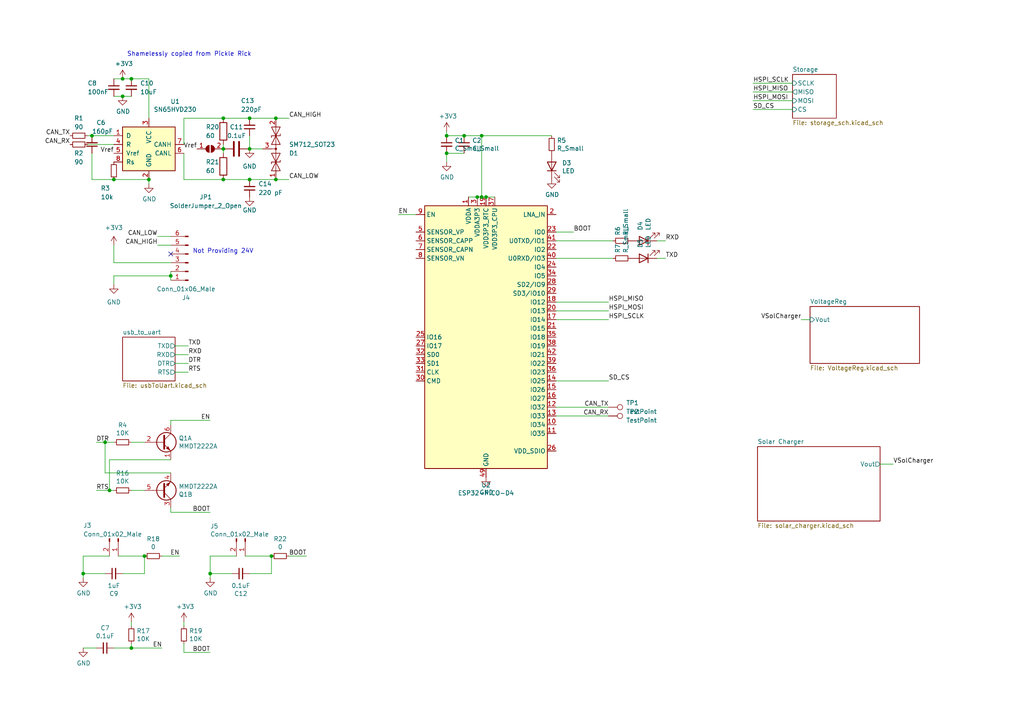
<source format=kicad_sch>
(kicad_sch (version 20211123) (generator eeschema)
  (paper "A4")
  (lib_symbols
    (symbol "Connector:Conn_01x02_Male" (pin_names (offset 1.016) hide)
      (property "Reference" "J" (at 0 2.54 0))
      (property "Value" "Conn_01x02_Male" (at 0 -5.08 0))
      (symbol "Conn_01x02_Male_1_1"
        (polyline (pts (xy 1.27 -2.54) (xy 0.8636 -2.54)) (stroke (width 0.1524)))
        (polyline (pts (xy 1.27 0) (xy 0.8636 0)) (stroke (width 0.1524)))
        (rectangle (start 0.8636 -2.413) (end 0 -2.667) (stroke (width 0.1524)) (fill (type outline)))
        (rectangle (start 0.8636 0.127) (end 0 -0.127) (stroke (width 0.1524)) (fill (type outline)))
        (pin passive line (at 5.08 0 180) (length 3.81) (name "Pin_1") (number "1"))
        (pin passive line (at 5.08 -2.54 180) (length 3.81) (name "Pin_2") (number "2"))
      )
    )
    (symbol "Connector:Conn_01x06_Male" (pin_names (offset 1.016) hide)
      (property "Reference" "J" (at 0 7.62 0))
      (property "Value" "Conn_01x06_Male" (at 0 -10.16 0))
      (symbol "Conn_01x06_Male_1_1"
        (polyline (pts (xy 1.27 -7.62) (xy 0.8636 -7.62)) (stroke (width 0.1524)))
        (polyline (pts (xy 1.27 -5.08) (xy 0.8636 -5.08)) (stroke (width 0.1524)))
        (polyline (pts (xy 1.27 -2.54) (xy 0.8636 -2.54)) (stroke (width 0.1524)))
        (polyline (pts (xy 1.27 0) (xy 0.8636 0)) (stroke (width 0.1524)))
        (polyline (pts (xy 1.27 2.54) (xy 0.8636 2.54)) (stroke (width 0.1524)))
        (polyline (pts (xy 1.27 5.08) (xy 0.8636 5.08)) (stroke (width 0.1524)))
        (rectangle (start 0.8636 -7.493) (end 0 -7.747) (stroke (width 0.1524)) (fill (type outline)))
        (rectangle (start 0.8636 -4.953) (end 0 -5.207) (stroke (width 0.1524)) (fill (type outline)))
        (rectangle (start 0.8636 -2.413) (end 0 -2.667) (stroke (width 0.1524)) (fill (type outline)))
        (rectangle (start 0.8636 0.127) (end 0 -0.127) (stroke (width 0.1524)) (fill (type outline)))
        (rectangle (start 0.8636 2.667) (end 0 2.413) (stroke (width 0.1524)) (fill (type outline)))
        (rectangle (start 0.8636 5.207) (end 0 4.953) (stroke (width 0.1524)) (fill (type outline)))
        (pin passive line (at 5.08 5.08 180) (length 3.81) (name "Pin_1") (number "1"))
        (pin passive line (at 5.08 2.54 180) (length 3.81) (name "Pin_2") (number "2"))
        (pin passive line (at 5.08 0 180) (length 3.81) (name "Pin_3") (number "3"))
        (pin passive line (at 5.08 -2.54 180) (length 3.81) (name "Pin_4") (number "4"))
        (pin passive line (at 5.08 -5.08 180) (length 3.81) (name "Pin_5") (number "5"))
        (pin passive line (at 5.08 -7.62 180) (length 3.81) (name "Pin_6") (number "6"))
      )
    )
    (symbol "Connector:TestPoint" (pin_numbers hide) (pin_names (offset 0.762) hide)
      (property "Reference" "TP" (at 0 6.858 0))
      (property "Value" "TestPoint" (at 0 5.08 0))
      (symbol "TestPoint_0_1"
        (circle (center 0 3.302) (radius 0.762))
      )
      (symbol "TestPoint_1_1"
        (pin passive line (at 0 0 90) (length 2.54) (name "1") (number "1"))
      )
    )
    (symbol "Device:C" (pin_numbers hide) (pin_names (offset 0.254))
      (property "Reference" "C" (at 0.635 2.54 0))
      (property "Value" "C" (at 0.635 -2.54 0))
      (symbol "C_0_1"
        (polyline (pts (xy -2.032 -0.762) (xy 2.032 -0.762)) (stroke (width 0.508)))
        (polyline (pts (xy -2.032 0.762) (xy 2.032 0.762)) (stroke (width 0.508)))
      )
      (symbol "C_1_1"
        (pin passive line (at 0 3.81 270) (length 2.794) (name "~") (number "1"))
        (pin passive line (at 0 -3.81 90) (length 2.794) (name "~") (number "2"))
      )
    )
    (symbol "Device:C_Small" (pin_numbers hide) (pin_names (offset 0.254) hide)
      (property "Reference" "C" (at 0.254 1.778 0))
      (property "Value" "C_Small" (at 0.254 -2.032 0))
      (symbol "C_Small_0_1"
        (polyline (pts (xy -1.524 -0.508) (xy 1.524 -0.508)) (stroke (width 0.3302)))
        (polyline (pts (xy -1.524 0.508) (xy 1.524 0.508)) (stroke (width 0.3048)))
      )
      (symbol "C_Small_1_1"
        (pin passive line (at 0 2.54 270) (length 2.032) (name "~") (number "1"))
        (pin passive line (at 0 -2.54 90) (length 2.032) (name "~") (number "2"))
      )
    )
    (symbol "Device:LED" (pin_numbers hide) (pin_names (offset 1.016) hide)
      (property "Reference" "D" (at 0 2.54 0))
      (property "Value" "LED" (at 0 -2.54 0))
      (symbol "LED_0_1"
        (polyline (pts (xy -1.27 -1.27) (xy -1.27 1.27)) (stroke (width 0.254)))
        (polyline (pts (xy -1.27 0) (xy 1.27 0)))
        (polyline (pts (xy 1.27 -1.27) (xy 1.27 1.27) (xy -1.27 0) (xy 1.27 -1.27)) (stroke (width 0.254)))
        (polyline (pts (xy -3.048 -0.762) (xy -4.572 -2.286) (xy -3.81 -2.286) (xy -4.572 -2.286) (xy -4.572 -1.524)))
        (polyline (pts (xy -1.778 -0.762) (xy -3.302 -2.286) (xy -2.54 -2.286) (xy -3.302 -2.286) (xy -3.302 -1.524)))
      )
      (symbol "LED_1_1"
        (pin passive line (at -3.81 0 0) (length 2.54) (name "K") (number "1"))
        (pin passive line (at 3.81 0 180) (length 2.54) (name "A") (number "2"))
      )
    )
    (symbol "Device:R" (pin_numbers hide) (pin_names (offset 0))
      (property "Reference" "R" (at 2.032 0 90))
      (property "Value" "R" (at 0 0 90))
      (symbol "R_0_1"
        (rectangle (start -1.016 -2.54) (end 1.016 2.54) (stroke (width 0.254)))
      )
      (symbol "R_1_1"
        (pin passive line (at 0 3.81 270) (length 1.27) (name "~") (number "1"))
        (pin passive line (at 0 -3.81 90) (length 1.27) (name "~") (number "2"))
      )
    )
    (symbol "Device:R_Small" (pin_numbers hide) (pin_names (offset 0.254) hide)
      (property "Reference" "R" (at 0.762 0.508 0))
      (property "Value" "R_Small" (at 0.762 -1.016 0))
      (symbol "R_Small_0_1"
        (rectangle (start -0.762 1.778) (end 0.762 -1.778) (stroke (width 0.2032)))
      )
      (symbol "R_Small_1_1"
        (pin passive line (at 0 2.54 270) (length 0.762) (name "~") (number "1"))
        (pin passive line (at 0 -2.54 90) (length 0.762) (name "~") (number "2"))
      )
    )
    (symbol "Diode:SM712_SOT23" (pin_names (offset 1.016) hide)
      (property "Reference" "D" (at 0 4.445 0))
      (property "Value" "SM712_SOT23" (at 0 2.54 0))
      (symbol "SM712_SOT23_0_0"
        (polyline (pts (xy 0 -1.27) (xy 0 0)))
      )
      (symbol "SM712_SOT23_0_1"
        (polyline (pts (xy -6.35 0) (xy 6.35 0)))
        (polyline (pts (xy -3.302 1.27) (xy -3.81 1.27) (xy -3.81 -1.27) (xy -4.318 -1.27)) (stroke (width 0.2032)))
        (polyline (pts (xy 4.318 1.27) (xy 3.81 1.27) (xy 3.81 -1.27) (xy 3.302 -1.27)) (stroke (width 0.2032)))
        (polyline (pts (xy -6.35 -1.27) (xy -1.27 1.27) (xy -1.27 -1.27) (xy -6.35 1.27) (xy -6.35 -1.27)) (stroke (width 0.2032)))
        (polyline (pts (xy 1.27 -1.27) (xy 1.27 1.27) (xy 6.35 -1.27) (xy 6.35 1.27) (xy 1.27 -1.27)) (stroke (width 0.2032)))
        (circle (center 0 0) (radius 0.254) (fill (type outline)))
      )
      (symbol "SM712_SOT23_1_1"
        (pin passive line (at -8.89 0 0) (length 2.54) (name "A1") (number "1"))
        (pin passive line (at 8.89 0 180) (length 2.54) (name "A2") (number "2"))
        (pin input line (at 0 -3.81 90) (length 2.54) (name "common") (number "3"))
      )
    )
    (symbol "Interface_CAN_LIN:SN65HVD230" (pin_names (offset 1.016))
      (property "Reference" "U" (at -2.54 10.16 0))
      (property "Value" "SN65HVD230" (at -2.54 7.62 0))
      (symbol "SN65HVD230_0_1"
        (rectangle (start -7.62 5.08) (end 7.62 -7.62) (stroke (width 0.254)) (fill (type background)))
      )
      (symbol "SN65HVD230_1_1"
        (pin input line (at -10.16 2.54 0) (length 2.54) (name "D") (number "1"))
        (pin power_in line (at 0 -10.16 90) (length 2.54) (name "GND") (number "2"))
        (pin power_in line (at 0 7.62 270) (length 2.54) (name "VCC") (number "3"))
        (pin output line (at -10.16 0 0) (length 2.54) (name "R") (number "4"))
        (pin output line (at -10.16 -2.54 0) (length 2.54) (name "Vref") (number "5"))
        (pin bidirectional line (at 10.16 -2.54 180) (length 2.54) (name "CANL") (number "6"))
        (pin bidirectional line (at 10.16 0 180) (length 2.54) (name "CANH") (number "7"))
        (pin input line (at -10.16 -5.08 0) (length 2.54) (name "Rs") (number "8"))
      )
    )
    (symbol "Jumper:SolderJumper_2_Open" (pin_names (offset 0) hide)
      (property "Reference" "JP" (at 0 2.032 0))
      (property "Value" "SolderJumper_2_Open" (at 0 -2.54 0))
      (symbol "SolderJumper_2_Open_0_1"
        (arc (start -0.254 1.016) (mid -1.27 0) (end -0.254 -1.016))
        (arc (start -0.254 1.016) (mid -1.27 0) (end -0.254 -1.016) (fill (type outline)))
        (polyline (pts (xy -0.254 1.016) (xy -0.254 -1.016)))
        (polyline (pts (xy 0.254 1.016) (xy 0.254 -1.016)))
        (arc (start 0.254 -1.016) (mid 1.27 0) (end 0.254 1.016))
        (arc (start 0.254 -1.016) (mid 1.27 0) (end 0.254 1.016) (fill (type outline)))
      )
      (symbol "SolderJumper_2_Open_1_1"
        (pin passive line (at -3.81 0 0) (length 2.54) (name "A") (number "1"))
        (pin passive line (at 3.81 0 180) (length 2.54) (name "B") (number "2"))
      )
    )
    (symbol "RF_Module:ESP32-PICO-D4"
      (property "Reference" "U" (at -17.78 39.37 0))
      (property "Value" "ESP32-PICO-D4" (at 3.81 39.37 0))
      (symbol "ESP32-PICO-D4_0_0"
        (pin power_in line (at -5.08 40.64 270) (length 2.54) (name "VDDA") (number "1"))
        (pin input line (at 20.32 -25.4 180) (length 2.54) (name "IO34") (number "10"))
        (pin input line (at 20.32 -27.94 180) (length 2.54) (name "IO35") (number "11"))
        (pin bidirectional line (at 20.32 -20.32 180) (length 2.54) (name "IO32") (number "12"))
        (pin bidirectional line (at 20.32 -22.86 180) (length 2.54) (name "IO33") (number "13"))
        (pin bidirectional line (at 20.32 -12.7 180) (length 2.54) (name "IO25") (number "14"))
        (pin bidirectional line (at 20.32 -15.24 180) (length 2.54) (name "IO26") (number "15"))
        (pin bidirectional line (at 20.32 -17.78 180) (length 2.54) (name "IO27") (number "16"))
        (pin bidirectional line (at 20.32 5.08 180) (length 2.54) (name "IO14") (number "17"))
        (pin bidirectional line (at 20.32 10.16 180) (length 2.54) (name "IO12") (number "18"))
        (pin power_in line (at 0 40.64 270) (length 2.54) (name "VDD3P3_RTC") (number "19"))
        (pin bidirectional line (at 20.32 35.56 180) (length 2.54) (name "LNA_IN") (number "2"))
        (pin bidirectional line (at 20.32 7.62 180) (length 2.54) (name "IO13") (number "20"))
        (pin bidirectional line (at 20.32 2.54 180) (length 2.54) (name "IO15") (number "21"))
        (pin bidirectional line (at 20.32 25.4 180) (length 2.54) (name "IO2") (number "22"))
        (pin bidirectional line (at 20.32 30.48 180) (length 2.54) (name "IO0") (number "23"))
        (pin bidirectional line (at 20.32 20.32 180) (length 2.54) (name "IO4") (number "24"))
        (pin bidirectional line (at -20.32 0 0) (length 2.54) (name "IO16") (number "25"))
        (pin power_out line (at 20.32 -33.02 180) (length 2.54) (name "VDD_SDIO") (number "26"))
        (pin bidirectional line (at -20.32 -2.54 0) (length 2.54) (name "IO17") (number "27"))
        (pin bidirectional line (at 20.32 15.24 180) (length 2.54) (name "SD2/IO9") (number "28"))
        (pin bidirectional line (at 20.32 12.7 180) (length 2.54) (name "SD3/IO10") (number "29"))
        (pin power_in line (at -2.54 40.64 270) (length 2.54) (name "VDDA3P3") (number "3"))
        (pin bidirectional line (at -20.32 -12.7 0) (length 2.54) (name "CMD") (number "30"))
        (pin bidirectional line (at -20.32 -10.16 0) (length 2.54) (name "CLK") (number "31"))
        (pin bidirectional line (at -20.32 -5.08 0) (length 2.54) (name "SD0") (number "32"))
        (pin bidirectional line (at -20.32 -7.62 0) (length 2.54) (name "SD1") (number "33"))
        (pin bidirectional line (at 20.32 17.78 180) (length 2.54) (name "IO5") (number "34"))
        (pin bidirectional line (at 20.32 0 180) (length 2.54) (name "IO18") (number "35"))
        (pin bidirectional line (at 20.32 -10.16 180) (length 2.54) (name "IO23") (number "36"))
        (pin power_in line (at 2.54 40.64 270) (length 2.54) (name "VDD3P3_CPU") (number "37"))
        (pin bidirectional line (at 20.32 -2.54 180) (length 2.54) (name "IO19") (number "38"))
        (pin bidirectional line (at 20.32 -7.62 180) (length 2.54) (name "IO22") (number "39"))
        (pin passive line (at -2.54 40.64 270) (length 2.54) hide (name "VDDA3P3") (number "4"))
        (pin bidirectional line (at 20.32 22.86 180) (length 2.54) (name "U0RXD/IO3") (number "40"))
        (pin bidirectional line (at 20.32 27.94 180) (length 2.54) (name "U0TXD/IO1") (number "41"))
        (pin bidirectional line (at 20.32 -5.08 180) (length 2.54) (name "IO21") (number "42"))
        (pin passive line (at -5.08 40.64 270) (length 2.54) hide (name "VDDA") (number "43"))
        (pin no_connect line (at -17.78 -25.4 0) (length 2.54) hide (name "XTAL_N_NC") (number "44"))
        (pin no_connect line (at -17.78 -27.94 0) (length 2.54) hide (name "XTAL_P_NC") (number "45"))
        (pin passive line (at -5.08 40.64 270) (length 2.54) hide (name "VDDA") (number "46"))
        (pin no_connect line (at -17.78 -30.48 0) (length 2.54) hide (name "CAP2_NC") (number "47"))
        (pin no_connect line (at -17.78 -33.02 0) (length 2.54) hide (name "CAP1_NC") (number "48"))
        (pin power_in line (at 0 -40.64 90) (length 2.54) (name "GND") (number "49"))
        (pin input line (at -20.32 30.48 0) (length 2.54) (name "SENSOR_VP") (number "5"))
        (pin input line (at -20.32 27.94 0) (length 2.54) (name "SENSOR_CAPP") (number "6"))
        (pin input line (at -20.32 25.4 0) (length 2.54) (name "SENSOR_CAPN") (number "7"))
        (pin input line (at -20.32 22.86 0) (length 2.54) (name "SENSOR_VN") (number "8"))
        (pin input line (at -20.32 35.56 0) (length 2.54) (name "EN") (number "9"))
      )
      (symbol "ESP32-PICO-D4_0_1"
        (rectangle (start -17.78 38.1) (end 17.78 -38.1) (stroke (width 0.254)) (fill (type background)))
      )
    )
    (symbol "Transistor_BJT:MMDT2222A" (pin_names (offset 0) hide)
      (property "Reference" "Q" (at 5.08 1.27 0))
      (property "Value" "MMDT2222A" (at 5.08 -1.27 0))
      (symbol "MMDT2222A_0_1"
        (polyline (pts (xy 0.635 0) (xy -2.54 0)))
        (polyline (pts (xy 0.635 0.635) (xy 2.54 2.54)))
        (polyline (pts (xy 0.635 -0.635) (xy 2.54 -2.54) (xy 2.54 -2.54)))
        (polyline (pts (xy 0.635 1.905) (xy 0.635 -1.905) (xy 0.635 -1.905)) (stroke (width 0.508)))
        (polyline (pts (xy 1.27 -1.778) (xy 1.778 -1.27) (xy 2.286 -2.286) (xy 1.27 -1.778) (xy 1.27 -1.778)) (fill (type outline)))
        (circle (center 1.27 0) (radius 2.8194) (stroke (width 0.254)))
      )
      (symbol "MMDT2222A_1_1"
        (pin passive line (at 2.54 -5.08 90) (length 2.54) (name "E1") (number "1"))
        (pin input line (at -5.08 0 0) (length 2.54) (name "B1") (number "2"))
        (pin passive line (at 2.54 5.08 270) (length 2.54) (name "C1") (number "6"))
      )
      (symbol "MMDT2222A_2_1"
        (pin passive line (at 2.54 5.08 270) (length 2.54) (name "C2") (number "3"))
        (pin passive line (at 2.54 -5.08 90) (length 2.54) (name "E2") (number "4"))
        (pin input line (at -5.08 0 0) (length 2.54) (name "B2") (number "5"))
      )
    )
    (symbol "power:+3.3V" (power) (pin_names (offset 0))
      (property "Value" "+3.3V" (at 0 3.556 0))
      (symbol "+3.3V_0_1"
        (polyline (pts (xy -0.762 1.27) (xy 0 2.54)))
        (polyline (pts (xy 0 0) (xy 0 2.54)))
        (polyline (pts (xy 0 2.54) (xy 0.762 1.27)))
      )
      (symbol "+3.3V_1_1"
        (pin power_in line (at 0 0 90) (length 0) hide (name "+3V3") (number "1"))
      )
    )
    (symbol "power:GND" (power) (pin_names (offset 0))
      (property "Value" "GND" (at 0 -3.81 0))
      (symbol "GND_0_1"
        (polyline (pts (xy 0 0) (xy 0 -1.27) (xy 1.27 -1.27) (xy 0 -2.54) (xy -1.27 -1.27) (xy 0 -1.27)))
      )
      (symbol "GND_1_1"
        (pin power_in line (at 0 0 270) (length 0) hide (name "GND") (number "1"))
      )
    )
  )
  (junction (at 31.75 142.24))
  (junction (at 134.62 39.37))
  (junction (at 138.43 57.15))
  (junction (at 35.56 27.94))
  (junction (at 72.39 43.18))
  (junction (at 129.54 39.37))
  (junction (at 129.54 44.45))
  (junction (at 139.7 39.37))
  (junction (at 41.91 161.29))
  (junction (at 35.56 22.86))
  (junction (at 64.77 34.29))
  (junction (at 26.67 39.37))
  (junction (at 140.97 57.15))
  (junction (at 49.53 80.01))
  (junction (at 139.7 57.15))
  (junction (at 38.1 187.96))
  (junction (at 24.13 166.37))
  (junction (at 64.77 52.07))
  (junction (at 30.48 128.27))
  (junction (at 72.39 52.07))
  (junction (at 80.01 52.07))
  (junction (at 80.01 34.29))
  (junction (at 43.18 52.07))
  (junction (at 64.77 43.18))
  (junction (at 60.96 166.37))
  (junction (at 38.1 22.86))
  (junction (at 78.74 161.29))
  (junction (at 33.02 52.07))
  (junction (at 72.39 34.29))
  (no_connect (at 49.53 73.66))
  (wire (pts (xy 140.97 57.15) (xy 143.51 57.15)))
  (wire (pts (xy 135.89 57.15) (xy 138.43 57.15)))
  (wire (pts (xy 80.01 34.29) (xy 83.82 34.29)))
  (wire (pts (xy 49.53 80.01) (xy 49.53 81.28)))
  (wire (pts (xy 33.02 128.27) (xy 30.48 128.27)))
  (wire (pts (xy 31.75 142.24) (xy 27.94 142.24)))
  (wire (pts (xy 134.62 39.37) (xy 139.7 39.37)))
  (wire (pts (xy 50.8 107.95) (xy 54.61 107.95)))
  (wire (pts (xy 49.53 80.01) (xy 33.02 80.01)))
  (wire (pts (xy 49.53 78.74) (xy 49.53 80.01)))
  (wire (pts (xy 60.96 161.29) (xy 60.96 166.37)))
  (wire (pts (xy 161.29 87.63) (xy 176.53 87.63)))
  (wire (pts (xy 50.8 105.41) (xy 54.61 105.41)))
  (wire (pts (xy 53.34 52.07) (xy 64.77 52.07)))
  (wire (pts (xy 218.44 24.13) (xy 229.87 24.13)))
  (wire (pts (xy 161.29 67.31) (xy 166.37 67.31)))
  (wire (pts (xy 60.96 189.23) (xy 53.34 189.23)))
  (wire (pts (xy 72.39 52.07) (xy 80.01 52.07)))
  (wire (pts (xy 33.02 52.07) (xy 43.18 52.07)))
  (wire (pts (xy 72.39 43.18) (xy 76.2 43.18)))
  (wire (pts (xy 41.91 128.27) (xy 38.1 128.27)))
  (wire (pts (xy 38.1 180.34) (xy 38.1 181.61)))
  (wire (pts (xy 26.67 39.37) (xy 33.02 39.37)))
  (wire (pts (xy 24.13 161.29) (xy 31.75 161.29)))
  (wire (pts (xy 30.48 166.37) (xy 24.13 166.37)))
  (wire (pts (xy 255.27 134.62) (xy 259.08 134.62)))
  (wire (pts (xy 24.13 166.37) (xy 24.13 167.64)))
  (wire (pts (xy 218.44 26.67) (xy 229.87 26.67)))
  (wire (pts (xy 33.02 71.12) (xy 33.02 76.2)))
  (wire (pts (xy 35.56 22.86) (xy 38.1 22.86)))
  (wire (pts (xy 25.4 39.37) (xy 26.67 39.37)))
  (wire (pts (xy 161.29 110.49) (xy 176.53 110.49)))
  (wire (pts (xy 129.54 39.37) (xy 134.62 39.37)))
  (wire (pts (xy 64.77 43.18) (xy 64.77 44.45)))
  (wire (pts (xy 49.53 148.59) (xy 60.96 148.59)))
  (wire (pts (xy 49.53 76.2) (xy 33.02 76.2)))
  (wire (pts (xy 33.02 80.01) (xy 33.02 82.55)))
  (wire (pts (xy 72.39 34.29) (xy 80.01 34.29)))
  (wire (pts (xy 161.29 69.85) (xy 177.8 69.85)))
  (wire (pts (xy 161.29 118.11) (xy 176.53 118.11)))
  (wire (pts (xy 53.34 41.91) (xy 53.34 34.29)))
  (wire (pts (xy 43.18 53.34) (xy 43.18 52.07)))
  (wire (pts (xy 71.12 161.29) (xy 78.74 161.29)))
  (wire (pts (xy 30.48 128.27) (xy 30.48 137.16)))
  (wire (pts (xy 38.1 187.96) (xy 46.99 187.96)))
  (wire (pts (xy 30.48 137.16) (xy 49.53 137.16)))
  (wire (pts (xy 53.34 180.34) (xy 53.34 181.61)))
  (wire (pts (xy 24.13 161.29) (xy 24.13 166.37)))
  (wire (pts (xy 129.54 38.1) (xy 129.54 39.37)))
  (wire (pts (xy 45.72 68.58) (xy 49.53 68.58)))
  (wire (pts (xy 31.75 142.24) (xy 31.75 133.35)))
  (wire (pts (xy 161.29 120.65) (xy 176.53 120.65)))
  (wire (pts (xy 60.96 166.37) (xy 60.96 167.64)))
  (wire (pts (xy 35.56 166.37) (xy 41.91 166.37)))
  (wire (pts (xy 232.41 92.71) (xy 234.95 92.71)))
  (wire (pts (xy 38.1 142.24) (xy 41.91 142.24)))
  (wire (pts (xy 115.57 62.23) (xy 120.65 62.23)))
  (wire (pts (xy 64.77 41.91) (xy 64.77 43.18)))
  (wire (pts (xy 72.39 39.37) (xy 72.39 43.18)))
  (wire (pts (xy 24.13 187.96) (xy 27.94 187.96)))
  (wire (pts (xy 52.07 161.29) (xy 46.99 161.29)))
  (wire (pts (xy 88.9 161.29) (xy 83.82 161.29)))
  (wire (pts (xy 43.18 22.86) (xy 43.18 34.29)))
  (wire (pts (xy 53.34 44.45) (xy 53.34 52.07)))
  (wire (pts (xy 26.67 52.07) (xy 33.02 52.07)))
  (wire (pts (xy 33.02 22.86) (xy 35.56 22.86)))
  (wire (pts (xy 218.44 29.21) (xy 229.87 29.21)))
  (wire (pts (xy 38.1 187.96) (xy 38.1 186.69)))
  (wire (pts (xy 78.74 166.37) (xy 78.74 161.29)))
  (wire (pts (xy 49.53 123.19) (xy 49.53 121.92)))
  (wire (pts (xy 161.29 92.71) (xy 176.53 92.71)))
  (wire (pts (xy 60.96 161.29) (xy 68.58 161.29)))
  (wire (pts (xy 38.1 22.86) (xy 43.18 22.86)))
  (wire (pts (xy 64.77 34.29) (xy 72.39 34.29)))
  (wire (pts (xy 139.7 39.37) (xy 160.02 39.37)))
  (wire (pts (xy 190.5 69.85) (xy 193.04 69.85)))
  (wire (pts (xy 33.02 27.94) (xy 35.56 27.94)))
  (wire (pts (xy 35.56 27.94) (xy 38.1 27.94)))
  (wire (pts (xy 72.39 166.37) (xy 78.74 166.37)))
  (wire (pts (xy 33.02 142.24) (xy 31.75 142.24)))
  (wire (pts (xy 161.29 74.93) (xy 177.8 74.93)))
  (wire (pts (xy 49.53 147.32) (xy 49.53 148.59)))
  (wire (pts (xy 139.7 39.37) (xy 139.7 57.15)))
  (wire (pts (xy 67.31 166.37) (xy 60.96 166.37)))
  (wire (pts (xy 50.8 102.87) (xy 54.61 102.87)))
  (wire (pts (xy 33.02 187.96) (xy 38.1 187.96)))
  (wire (pts (xy 45.72 71.12) (xy 49.53 71.12)))
  (wire (pts (xy 218.44 31.75) (xy 229.87 31.75)))
  (wire (pts (xy 80.01 52.07) (xy 83.82 52.07)))
  (wire (pts (xy 129.54 44.45) (xy 129.54 46.99)))
  (wire (pts (xy 53.34 34.29) (xy 64.77 34.29)))
  (wire (pts (xy 138.43 57.15) (xy 139.7 57.15)))
  (wire (pts (xy 190.5 74.93) (xy 193.04 74.93)))
  (wire (pts (xy 134.62 44.45) (xy 129.54 44.45)))
  (wire (pts (xy 34.29 161.29) (xy 41.91 161.29)))
  (wire (pts (xy 53.34 189.23) (xy 53.34 186.69)))
  (wire (pts (xy 31.75 133.35) (xy 49.53 133.35)))
  (wire (pts (xy 25.4 41.91) (xy 33.02 41.91)))
  (wire (pts (xy 50.8 100.33) (xy 54.61 100.33)))
  (wire (pts (xy 161.29 90.17) (xy 176.53 90.17)))
  (wire (pts (xy 26.67 44.45) (xy 26.67 52.07)))
  (wire (pts (xy 64.77 52.07) (xy 72.39 52.07)))
  (wire (pts (xy 30.48 128.27) (xy 27.94 128.27)))
  (wire (pts (xy 41.91 166.37) (xy 41.91 161.29)))
  (wire (pts (xy 139.7 57.15) (xy 140.97 57.15)))
  (wire (pts (xy 49.53 121.92) (xy 60.96 121.92)))
  (text "Shamelessly copied from Pickle Rick" (at 36.83 16.51 0) (effects (font (size 1.27 1.27)) (justify left bottom)))
  (text "Not Providing 24V" (at 55.88 73.66 0) (effects (font (size 1.27 1.27)) (justify left bottom)))
  (label "HSPI_SCLK" (at 218.44 24.13 0))
  (label "TXD" (at 54.61 100.33 0))
  (label "SD_CS" (at 176.53 110.49 0))
  (label "RTS" (at 54.61 107.95 0))
  (label "Vref" (at 33.02 44.45 180))
  (label "RXD" (at 193.04 69.85 0))
  (label "CAN_RX" (at 176.53 120.65 180))
  (label "BOOT" (at 60.96 189.23 180))
  (label "RTS" (at 27.94 142.24 0))
  (label "CAN_HIGH" (at 83.82 34.29 0))
  (label "CAN_TX" (at 176.53 118.11 180))
  (label "EN" (at 60.96 121.92 180))
  (label "VSolCharger" (at 259.08 134.62 0))
  (label "DTR" (at 54.61 105.41 0))
  (label "CAN_LOW" (at 45.72 68.58 180))
  (label "CAN_LOW" (at 83.82 52.07 0))
  (label "CAN_RX" (at 20.32 41.91 180))
  (label "HSPI_MOSI" (at 176.53 90.17 0))
  (label "VSolCharger" (at 232.41 92.71 180))
  (label "HSPI_MISO" (at 218.44 26.67 0))
  (label "TXD" (at 193.04 74.93 0))
  (label "SD_CS" (at 218.44 31.75 0))
  (label "HSPI_MISO" (at 176.53 87.63 0))
  (label "BOOT" (at 166.37 67.31 0))
  (label "HSPI_MOSI" (at 218.44 29.21 0))
  (label "BOOT" (at 60.96 148.59 180))
  (label "BOOT" (at 88.9 161.29 180))
  (label "EN" (at 46.99 187.96 180))
  (label "EN" (at 115.57 62.23 0))
  (label "EN" (at 52.07 161.29 180))
  (label "CAN_TX" (at 20.32 39.37 180))
  (label "CAN_HIGH" (at 45.72 71.12 180))
  (label "RXD" (at 54.61 102.87 0))
  (label "DTR" (at 27.94 128.27 0))
  (label "Vref" (at 57.15 43.18 180))
  (label "HSPI_SCLK" (at 176.53 92.71 0))
  (symbol (lib_id "power:GND") (at 140.97 138.43 0) (unit 1)
    (property "Reference" "#PWR0112" (effects hide))
    (property "Value" "GND" (at 141.097 142.8242 0))
  )
  (symbol (lib_id "power:+3.3V") (at 129.54 38.1 0) (unit 1)
    (property "Reference" "#PWR0111" (effects hide))
    (property "Value" "+3.3V" (at 129.921 33.7058 0))
  )
  (symbol (lib_id "Device:C_Small") (at 129.54 41.91 0) (unit 1)
    (property "Reference" "C1" (at 131.8768 40.7416 0) (effects (justify left)))
    (property "Value" "C_Small" (at 131.8768 43.053 0) (effects (justify left)))
  )
  (symbol (lib_id "Device:C_Small") (at 134.62 41.91 0) (unit 1)
    (property "Reference" "C2" (at 136.9568 40.7416 0) (effects (justify left)))
    (property "Value" "C_Small" (at 136.9568 43.053 0) (effects (justify left)))
  )
  (symbol (lib_id "power:GND") (at 129.54 46.99 0) (unit 1)
    (property "Reference" "#PWR0110" (effects hide))
    (property "Value" "GND" (at 129.667 51.3842 0))
  )
  (symbol (lib_id "Device:R_Small") (at 160.02 41.91 0) (unit 1)
    (property "Reference" "R5" (at 161.5186 40.7416 0) (effects (justify left)))
    (property "Value" "R_Small" (at 161.5186 43.053 0) (effects (justify left)))
  )
  (symbol (lib_id "Device:LED") (at 160.02 48.26 90) (unit 1)
    (property "Reference" "D3" (at 163.0172 47.2694 90) (effects (justify right)))
    (property "Value" "LED" (at 163.0172 49.5808 90) (effects (justify right)))
  )
  (symbol (lib_id "power:GND") (at 160.02 52.07 0) (unit 1)
    (property "Reference" "#PWR0114" (effects hide))
    (property "Value" "GND" (at 160.147 56.4642 0))
  )
  (symbol (lib_id "Device:R_Small") (at 180.34 69.85 90) (unit 1)
    (property "Reference" "R6" (at 179.1716 68.3514 0) (effects (justify left)))
    (property "Value" "R_Small" (at 181.483 68.3514 0) (effects (justify left)))
  )
  (symbol (lib_id "Device:LED") (at 186.69 69.85 180) (unit 1)
    (property "Reference" "D4" (at 185.6994 66.8528 90) (effects (justify right)))
    (property "Value" "LED" (at 188.0108 66.8528 90) (effects (justify right)))
  )
  (symbol (lib_id "Device:R_Small") (at 180.34 74.93 90) (unit 1)
    (property "Reference" "R7" (at 179.1716 73.4314 0) (effects (justify left)))
    (property "Value" "R_Small" (at 181.483 73.4314 0) (effects (justify left)))
  )
  (symbol (lib_id "Device:LED") (at 186.69 74.93 180) (unit 1)
    (property "Reference" "D5" (at 185.6994 71.9328 90) (effects (justify right)))
    (property "Value" "LED" (at 188.0108 71.9328 90) (effects (justify right)))
  )
  (symbol (lib_id "power:GND") (at 24.13 187.96 0) (unit 1)
    (property "Reference" "#PWR0116" (effects hide))
    (property "Value" "GND" (at 24.257 192.3542 0))
  )
  (symbol (lib_id "Device:R") (at 64.77 38.1 0) (unit 1)
    (property "Reference" "R20" (at 59.69 36.83 0) (effects (justify left)))
    (property "Value" "60" (at 59.69 39.37 0) (effects (justify left)))
    (property "Footprint" "Resistor_SMD:R_0603_1608Metric" (effects hide))
  )
  (symbol (lib_id "Device:R_Small") (at 53.34 184.15 0) (unit 1)
    (property "Reference" "R19" (at 54.8386 182.9816 0) (effects (justify left)))
    (property "Value" "10K" (at 54.8386 185.293 0) (effects (justify left)))
    (property "Footprint" "Resistor_SMD:R_0603_1608Metric" (effects hide))
  )
  (symbol (lib_id "power:+3.3V") (at 35.56 22.86 0) (unit 1)
    (property "Reference" "#PWR0105" (effects hide))
    (property "Value" "+3.3V" (at 35.941 18.4658 0))
  )
  (symbol (lib_id "Diode:SM712_SOT23") (at 80.01 43.18 270) (mirror x) (unit 1)
    (property "Reference" "D1" (at 83.82 44.45 90) (effects (justify left)))
    (property "Value" "SM712_SOT23" (at 83.82 41.91 90) (effects (justify left)))
    (property "Footprint" "Package_TO_SOT_SMD:SOT-23" (effects hide))
    (property "Datasheet" "https://www.littelfuse.com/~/media/electronics/datasheets/tvs_diode_arrays/littelfuse_tvs_diode_array_sm712_datasheet.pdf.pdf" (effects hide))
  )
  (symbol (lib_id "Device:C_Small") (at 30.48 187.96 270) (unit 1)
    (property "Reference" "C7" (at 30.48 182.1434 90))
    (property "Value" "0.1uF" (at 30.48 184.4548 90))
    (property "Footprint" "Capacitor_SMD:C_0603_1608Metric" (effects hide))
  )
  (symbol (lib_id "Device:R_Small") (at 44.45 161.29 270) (unit 1)
    (property "Reference" "R18" (at 44.45 156.3116 90))
    (property "Value" "0" (at 44.45 158.623 90))
    (property "Footprint" "Resistor_SMD:R_0603_1608Metric" (effects hide))
  )
  (symbol (lib_id "Device:R_Small") (at 81.28 161.29 270) (unit 1)
    (property "Reference" "R22" (at 81.28 156.3116 90))
    (property "Value" "0" (at 81.28 158.623 90))
    (property "Footprint" "Resistor_SMD:R_0603_1608Metric" (effects hide))
  )
  (symbol (lib_id "Device:C_Small") (at 33.02 25.4 0) (unit 1)
    (property "Reference" "C8" (at 25.4 24.13 0) (effects (justify left)))
    (property "Value" "100nF" (at 25.4 26.67 0) (effects (justify left)))
    (property "Footprint" "Capacitor_SMD:C_0603_1608Metric" (effects hide))
  )
  (symbol (lib_id "Connector:Conn_01x02_Male") (at 34.29 156.21 270) (unit 1)
    (property "Reference" "J3" (at 24.13 152.4 90) (effects (justify left)))
    (property "Value" "Conn_01x02_Male" (at 24.13 154.94 90) (effects (justify left)))
    (property "Footprint" "Connector_PinHeader_2.54mm:PinHeader_1x02_P2.54mm_Vertical" (effects hide))
  )
  (symbol (lib_id "power:+3.3V") (at 53.34 180.34 0) (unit 1)
    (property "Reference" "#PWR0107" (effects hide))
    (property "Value" "+3.3V" (at 53.721 175.9458 0))
  )
  (symbol (lib_id "Device:R_Small") (at 22.86 41.91 90) (unit 1)
    (property "Reference" "R2" (at 22.86 44.45 90))
    (property "Value" "90" (at 22.86 46.99 90))
    (property "Footprint" "Resistor_SMD:R_0603_1608Metric" (effects hide))
  )
  (symbol (lib_id "power:GND") (at 72.39 57.15 0) (unit 1)
    (property "Reference" "#PWR0101" (effects hide))
    (property "Value" "GND" (at 72.39 60.96 0))
  )
  (symbol (lib_id "Device:R_Small") (at 22.86 39.37 90) (unit 1)
    (property "Reference" "R1" (at 22.86 34.29 90))
    (property "Value" "90" (at 22.86 36.83 90))
    (property "Footprint" "Resistor_SMD:R_0603_1608Metric" (effects hide))
  )
  (symbol (lib_id "Connector:Conn_01x02_Male") (at 71.12 156.21 270) (unit 1)
    (property "Reference" "J5" (at 60.96 152.6286 90) (effects (justify left)))
    (property "Value" "Conn_01x02_Male" (at 60.96 154.94 90) (effects (justify left)))
    (property "Footprint" "Connector_PinHeader_2.54mm:PinHeader_1x02_P2.54mm_Vertical" (effects hide))
  )
  (symbol (lib_id "Device:C_Small") (at 72.39 54.61 180) (unit 1)
    (property "Reference" "C14" (at 74.93 53.34 0) (effects (justify right)))
    (property "Value" "220 pF" (at 74.93 55.88 0) (effects (justify right)))
    (property "Footprint" "Capacitor_SMD:C_0603_1608Metric" (effects hide))
  )
  (symbol (lib_id "power:GND") (at 35.56 27.94 0) (unit 1)
    (property "Reference" "#PWR0104" (effects hide))
    (property "Value" "GND" (at 35.687 32.3342 0))
  )
  (symbol (lib_id "power:GND") (at 60.96 167.64 0) (unit 1)
    (property "Reference" "#PWR0109" (effects hide))
    (property "Value" "GND" (at 61.087 172.0342 0))
  )
  (symbol (lib_id "Device:C_Small") (at 69.85 166.37 90) (unit 1)
    (property "Reference" "C12" (at 69.85 172.1866 90))
    (property "Value" "0.1uF" (at 69.85 169.8752 90))
    (property "Footprint" "Capacitor_SMD:C_0603_1608Metric" (effects hide))
  )
  (symbol (lib_id "Device:R_Small") (at 33.02 49.53 0) (unit 1)
    (property "Reference" "R3" (at 29.21 54.61 0) (effects (justify left)))
    (property "Value" "10k" (at 29.21 57.15 0) (effects (justify left)))
    (property "Footprint" "Resistor_SMD:R_0603_1608Metric" (effects hide))
  )
  (symbol (lib_id "Transistor_BJT:MMDT2222A") (at 46.99 128.27 0) (unit 1)
    (property "Reference" "Q1" (at 51.816 127.1016 0) (effects (justify left)))
    (property "Value" "MMDT2222A" (at 51.816 129.413 0) (effects (justify left)))
    (property "Footprint" "Package_TO_SOT_SMD:SOT-363_SC-70-6" (effects hide))
    (property "Datasheet" "http://www.diodes.com/_files/datasheets/ds30125.pdf" (effects hide))
  )
  (symbol (lib_id "Connector:TestPoint") (at 176.53 118.11 270) (unit 1)
    (property "Reference" "TP1" (at 181.61 116.8399 90) (effects (justify left)))
    (property "Value" "TestPoint" (at 181.61 119.38 90) (effects (justify left)))
    (property "Footprint" "TestPoint:TestPoint_Pad_D1.0mm" (effects hide))
  )
  (symbol (lib_id "power:+3.3V") (at 38.1 180.34 0) (unit 1)
    (property "Reference" "#PWR0113" (effects hide))
    (property "Value" "+3.3V" (at 38.481 175.9458 0))
  )
  (symbol (lib_id "Device:R_Small") (at 38.1 184.15 0) (unit 1)
    (property "Reference" "R17" (at 39.5986 182.9816 0) (effects (justify left)))
    (property "Value" "10K" (at 39.5986 185.293 0) (effects (justify left)))
    (property "Footprint" "Resistor_SMD:R_0603_1608Metric" (effects hide))
  )
  (symbol (lib_id "Device:C") (at 68.58 43.18 90) (unit 1)
    (property "Reference" "C11" (at 68.58 36.83 90))
    (property "Value" "0.1uF" (at 68.58 39.37 90))
    (property "Footprint" "Capacitor_SMD:C_0603_1608Metric" (effects hide))
  )
  (symbol (lib_id "Connector:Conn_01x06_Male") (at 54.61 76.2 180) (unit 1)
    (property "Reference" "J4" (at 53.975 86.36 0))
    (property "Value" "Conn_01x06_Male" (at 53.975 83.82 0))
    (property "Footprint" "Connector_Molex:Molex_Mini-Fit_Jr_5566-06A_2x03_P4.20mm_Vertical" (effects hide))
  )
  (symbol (lib_id "power:GND") (at 72.39 43.18 0) (unit 1)
    (property "Reference" "#PWR0106" (effects hide))
    (property "Value" "GND" (at 72.39 48.26 0))
  )
  (symbol (lib_id "Device:C_Small") (at 38.1 25.4 0) (unit 1)
    (property "Reference" "C10" (at 40.64 24.1362 0) (effects (justify left)))
    (property "Value" "10uF" (at 40.64 26.6762 0) (effects (justify left)))
    (property "Footprint" "Capacitor_SMD:C_0603_1608Metric" (effects hide))
  )
  (symbol (lib_id "Device:R") (at 64.77 48.26 0) (unit 1)
    (property "Reference" "R21" (at 59.69 46.99 0) (effects (justify left)))
    (property "Value" "60" (at 59.69 49.53 0) (effects (justify left)))
    (property "Footprint" "Resistor_SMD:R_0603_1608Metric" (effects hide))
  )
  (symbol (lib_id "Connector:TestPoint") (at 176.53 120.65 270) (unit 1)
    (property "Reference" "TP2" (at 181.61 119.3799 90) (effects (justify left)))
    (property "Value" "TestPoint" (at 181.61 121.9199 90) (effects (justify left)))
    (property "Footprint" "TestPoint:TestPoint_Pad_D1.0mm" (effects hide))
  )
  (symbol (lib_id "Jumper:SolderJumper_2_Open") (at 60.96 43.18 0) (unit 1)
    (property "Reference" "JP1" (at 59.69 57.15 0))
    (property "Value" "SolderJumper_2_Open" (at 59.69 59.69 0))
    (property "Footprint" "Jumper:SolderJumper-2_P1.3mm_Open_RoundedPad1.0x1.5mm" (effects hide))
  )
  (symbol (lib_id "power:+3.3V") (at 33.02 71.12 0) (unit 1)
    (property "Reference" "#PWR0119" (effects hide))
    (property "Value" "+3.3V" (at 33.02 66.04 0))
  )
  (symbol (lib_id "Interface_CAN_LIN:SN65HVD230") (at 43.18 41.91 0) (unit 1)
    (property "Reference" "U1" (at 50.8 29.4386 0))
    (property "Value" "SN65HVD230" (at 50.8 31.75 0))
    (property "Footprint" "Package_SO:SOIC-8_3.9x4.9mm_P1.27mm" (effects hide))
    (property "Datasheet" "http://www.ti.com/lit/ds/symlink/sn65hvd230.pdf" (effects hide))
  )
  (symbol (lib_id "power:GND") (at 24.13 167.64 0) (unit 1)
    (property "Reference" "#PWR0108" (effects hide))
    (property "Value" "GND" (at 24.257 172.0342 0))
  )
  (symbol (lib_id "Device:C_Small") (at 26.67 41.91 180) (unit 1)
    (property "Reference" "C6" (at 27.94 35.56 0) (effects (justify right)))
    (property "Value" "160pF" (at 26.67 38.1 0) (effects (justify right)))
    (property "Footprint" "Capacitor_SMD:C_0603_1608Metric" (effects hide))
  )
  (symbol (lib_id "RF_Module:ESP32-PICO-D4") (at 140.97 97.79 0) (unit 1)
    (property "Reference" "U2" (at 140.97 140.6906 0))
    (property "Value" "ESP32-PICO-D4" (at 140.97 143.002 0))
    (property "Footprint" "Package_DFN_QFN:QFN-48-1EP_7x7mm_P0.5mm_EP5.3x5.3mm" (effects hide))
    (property "Datasheet" "https://www.espressif.com/sites/default/files/documentation/esp32-pico-d4_datasheet_en.pdf" (effects hide))
  )
  (symbol (lib_id "Transistor_BJT:MMDT2222A") (at 46.99 142.24 0) (mirror x) (unit 2)
    (property "Reference" "Q1" (at 51.816 143.4084 0) (effects (justify left)))
    (property "Value" "MMDT2222A" (at 51.816 141.097 0) (effects (justify left)))
    (property "Footprint" "Package_TO_SOT_SMD:SOT-363_SC-70-6" (effects hide))
    (property "Datasheet" "http://www.diodes.com/_files/datasheets/ds30125.pdf" (effects hide))
  )
  (symbol (lib_id "Device:C_Small") (at 72.39 36.83 180) (unit 1)
    (property "Reference" "C13" (at 69.85 29.21 0) (effects (justify right)))
    (property "Value" "220pF" (at 69.85 31.75 0) (effects (justify right)))
    (property "Footprint" "Capacitor_SMD:C_0603_1608Metric" (effects hide))
  )
  (symbol (lib_id "Device:C_Small") (at 33.02 166.37 90) (unit 1)
    (property "Reference" "C9" (at 33.02 172.1866 90))
    (property "Value" "1uF" (at 33.02 169.8752 90))
    (property "Footprint" "Capacitor_SMD:C_0603_1608Metric" (effects hide))
  )
  (symbol (lib_id "Device:R_Small") (at 35.56 128.27 270) (unit 1)
    (property "Reference" "R4" (at 35.56 123.2916 90))
    (property "Value" "10K" (at 35.56 125.603 90))
    (property "Footprint" "Resistor_SMD:R_0603_1608Metric" (effects hide))
  )
  (symbol (lib_id "power:GND") (at 33.02 82.55 0) (unit 1)
    (property "Reference" "#PWR0117" (effects hide))
    (property "Value" "GND" (at 33.02 87.63 0))
  )
  (symbol (lib_id "power:GND") (at 43.18 53.34 0) (unit 1)
    (property "Reference" "#PWR0118" (effects hide))
    (property "Value" "GND" (at 43.307 57.7342 0))
  )
  (symbol (lib_id "Device:R_Small") (at 35.56 142.24 270) (unit 1)
    (property "Reference" "R16" (at 35.56 137.2616 90))
    (property "Value" "10K" (at 35.56 139.573 90))
    (property "Footprint" "Resistor_SMD:R_0603_1608Metric" (effects hide))
  )
  (sheet (at 219.71 129.54) (size 35.56 21.59)
    (property "Sheet name" "Solar Charger" (at 219.71 128.8284 0) (effects (justify left bottom)))
    (property "Sheet file" "solar_charger.kicad_sch" (at 219.71 151.7146 0) (effects (justify left top)))
    (pin "Vout" output (at 255.27 134.62 0))
  )
  (sheet (at 229.87 21.59) (size 12.7 12.7) (stroke (width 0.1524))
    (property "Sheet name" "Storage" (at 229.87 20.8784 0) (effects (justify left bottom)))
    (property "Sheet file" "storage_sch.kicad_sch" (at 229.87 34.8746 0) (effects (justify left top)))
    (pin "SCLK" input (at 229.87 24.13 180))
    (pin "MISO" output (at 229.87 26.67 180))
    (pin "CS" input (at 229.87 31.75 180))
    (pin "MOSI" input (at 229.87 29.21 180))
  )
  (sheet (at 35.56 97.79) (size 15.24 12.7) (stroke (width 0.1524))
    (property "Sheet name" "usb_to_uart" (at 35.56 97.0784 0) (effects (justify left bottom)))
    (property "Sheet file" "usbToUart.kicad_sch" (at 35.56 111.0746 0) (effects (justify left top)))
    (pin "TXD" output (at 50.8 100.33 0))
    (pin "RXD" output (at 50.8 102.87 0))
    (pin "DTR" output (at 50.8 105.41 0))
    (pin "RTS" output (at 50.8 107.95 0))
  )
  (sheet (at 234.95 88.9) (size 31.75 16.51) (stroke (width 0.1524))
    (property "Sheet name" "VoltageReg" (at 234.95 88.1884 0) (effects (justify left bottom)))
    (property "Sheet file" "VoltageReg.kicad_sch" (at 234.95 105.9946 0) (effects (justify left top)))
    (pin "Vout" input (at 234.95 92.71 180))
  )
)
</source>
